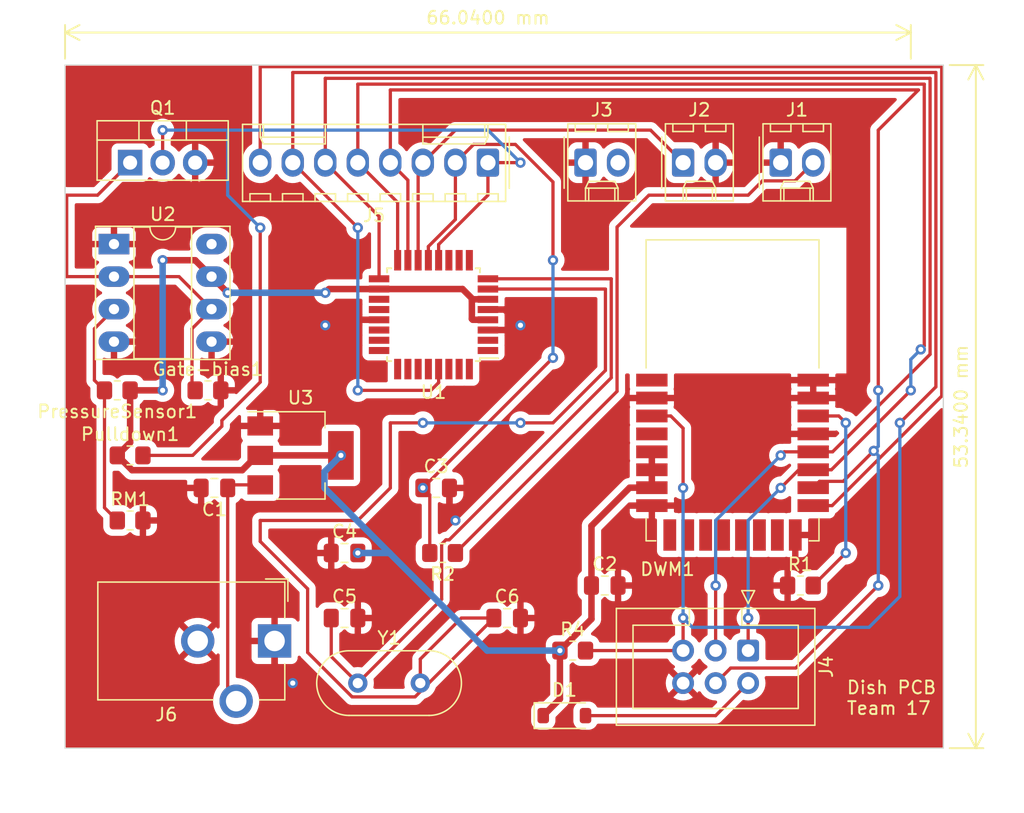
<source format=kicad_pcb>
(kicad_pcb (version 20221018) (generator pcbnew)
  (layers (0 "F.Cu" signal) (31 "B.Cu" signal) (34 "B.Paste" user) (35 "F.Paste" user) (36 "B.SilkS" user "B.Silkscreen") (37 "F.SilkS" user "F.Silkscreen") (38 "B.Mask" user) (39 "F.Mask" user) (44 "Edge.Cuts" user))
  (net 0 "")
  (net 1 "Net-(J3-Pin_2)")
  (net 2 "GND")
  (net 3 "+3.3V")
  (net 4 "/button")
  (net 13 "/Csn")
  (net 14 "/MOSI")
  (net 15 "/MISO")
  (net 16 "Net-(D1-A)")
  (net 17 "Net-(Q1-G)")
  (net 18 "Net-(J1-Pin_2)")
  (net 19 "Net-(U2-+)")
  (net 20 "/confirmation")
  (net 21 "/alarm")
  (net 23 "/SCK")
  (net 24 "Net-(U1-XTAL2{slash}PB7)")
  (net 25 "Net-(U1-XTAL1{slash}PB6)")
  (net 26 "/RESET")
  (net 28 "unconnected-(DWM1-IRQ{slash}GPIO8-Pad22)")
  (net 46 "Net-(U3-VI)")
  (footprint "Connector_IDC:IDC-Header_2x03_P2.54mm_Vertical" (layer "F.Cu") (at 177.8 99.06 -90)
    (fp_text reference "J4" (at 1.27 -6.1 90) (layer "F.SilkS"))
    (fp_text value "AVR-ISP-6")
    (pad "1" thru_hole roundrect (at 0 0 270) (size 1.7 1.7) (drill 1) (layers "*.Cu" "*.Mask") (roundrect_rratio 0.1470588235) (net 15 "/MISO"))
    (pad "2" thru_hole circle (at 2.54 0 270) (size 1.7 1.7) (drill 1) (layers "*.Cu" "*.Mask") (net 16 "Net-(D1-A)"))
    (pad "3" thru_hole circle (at 0 2.54 270) (size 1.7 1.7) (drill 1) (layers "*.Cu" "*.Mask") (net 23 "/SCK"))
    (pad "4" thru_hole circle (at 2.54 2.54 270) (size 1.7 1.7) (drill 1) (layers "*.Cu" "*.Mask") (net 14 "/MOSI"))
    (pad "5" thru_hole circle (at 0 5.08 270) (size 1.7 1.7) (drill 1) (layers "*.Cu" "*.Mask") (net 26 "/RESET"))
    (pad "6" thru_hole circle (at 2.54 5.08 270) (size 1.7 1.7) (drill 1) (layers "*.Cu" "*.Mask") (net 2 "GND"))
  )
  (footprint "Resistor_SMD:R_0805_2012Metric_Pad1.20x1.40mm_HandSolder" (layer "F.Cu") (at 135.62 78.74)
    (fp_text reference "Gate-bias1" (at 0 -1.65) (layer "F.SilkS"))
    (fp_text value "1k")
    (pad "1" smd roundrect (at -1 0) (size 1.2 1.4) (layers "F.Cu" "F.Paste" "F.Mask") (roundrect_rratio 0.2083333333) (net 17 "Net-(Q1-G)"))
    (pad "2" smd roundrect (at 1 0) (size 1.2 1.4) (layers "F.Cu" "F.Paste" "F.Mask") (roundrect_rratio 0.2083333333) (net 2 "GND"))
  )
  (footprint "Resistor_SMD:R_0805_2012Metric_Pad1.20x1.40mm_HandSolder" (layer "F.Cu") (at 153.94 91.44 180)
    (fp_text reference "R2" (at 0 -1.65) (layer "F.SilkS"))
    (fp_text value "10k")
    (pad "1" smd roundrect (at -1 0 180) (size 1.2 1.4) (layers "F.Cu" "F.Paste" "F.Mask") (roundrect_rratio 0.2083333333) (net 18 "Net-(J1-Pin_2)"))
    (pad "2" smd roundrect (at 1 0 180) (size 1.2 1.4) (layers "F.Cu" "F.Paste" "F.Mask") (roundrect_rratio 0.2083333333) (net 4 "/button"))
  )
  (footprint "Diode_SMD:D_SOD-123" (layer "F.Cu") (at 163.45 104.14)
    (fp_text reference "D1" (at 0 -2) (layer "F.SilkS"))
    (fp_text value "MBR0520")
    (pad "1" smd roundrect (at -1.65 0) (size 0.9 1.2) (layers "F.Cu" "F.Paste" "F.Mask") (net 3 "+3.3V"))
    (pad "2" smd roundrect (at 1.65 0) (size 0.9 1.2) (layers "F.Cu" "F.Paste" "F.Mask") (net 16 "Net-(D1-A)"))
  )
  (footprint "Package_DIP:DIP-8_W7.62mm_Socket_LongPads" (layer "F.Cu") (at 128.28 67.32)
    (fp_text reference "U2" (at 3.81 -2.33) (layer "F.SilkS"))
    (fp_text value "LM741")
    (pad "1" thru_hole rect (at 0 0) (size 2.4 1.6) (drill 0.8) (layers "*.Cu" "*.Mask") (net 2 "GND"))
    (pad "2" thru_hole oval (at 0 2.54) (size 2.4 1.6) (drill 0.8) (layers "*.Cu" "*.Mask") (net 17 "Net-(Q1-G)"))
    (pad "3" thru_hole oval (at 0 5.08) (size 2.4 1.6) (drill 0.8) (layers "*.Cu" "*.Mask") (net 19 "Net-(U2-+)"))
    (pad "4" thru_hole oval (at 0 7.62) (size 2.4 1.6) (drill 0.8) (layers "*.Cu" "*.Mask") (net 2 "GND"))
    (pad "5" thru_hole oval (at 7.62 7.62) (size 2.4 1.6) (drill 0.8) (layers "*.Cu" "*.Mask") (net 2 "GND"))
    (pad "6" thru_hole oval (at 7.62 5.08) (size 2.4 1.6) (drill 0.8) (layers "*.Cu" "*.Mask") (net 17 "Net-(Q1-G)"))
    (pad "7" thru_hole oval (at 7.62 2.54) (size 2.4 1.6) (drill 0.8) (layers "*.Cu" "*.Mask") (net 3 "+3.3V"))
    (pad "8" thru_hole oval (at 7.62 0) (size 2.4 1.6) (drill 0.8) (layers "*.Cu" "*.Mask"))
  )
  (footprint "Crystal:Crystal_HC49-U_Vertical" (layer "F.Cu") (at 147.32 101.6)
    (fp_text reference "Y1" (at 2.44 -3.525) (layer "F.SilkS"))
    (fp_text value "16MHz")
    (pad "1" thru_hole circle (at 0 0) (size 1.5 1.5) (drill 0.8) (layers "*.Cu" "*.Mask") (net 24 "Net-(U1-XTAL2{slash}PB7)"))
    (pad "2" thru_hole circle (at 4.88 0) (size 1.5 1.5) (drill 0.8) (layers "*.Cu" "*.Mask") (net 25 "Net-(U1-XTAL1{slash}PB6)"))
  )
  (footprint "Package_QFP:TQFP-32_7x7mm_P0.8mm" (layer "F.Cu") (at 153.23 72.83 180)
    (fp_text reference "U1" (at 0 -6.05) (layer "F.SilkS"))
    (fp_text value "ATmega328-A")
    (pad "1" smd rect (at -4.25 -2.8 180) (size 1.6 0.55) (layers "F.Cu" "F.Paste" "F.Mask"))
    (pad "2" smd rect (at -4.25 -2 180) (size 1.6 0.55) (layers "F.Cu" "F.Paste" "F.Mask"))
    (pad "3" smd rect (at -4.25 -1.2 180) (size 1.6 0.55) (layers "F.Cu" "F.Paste" "F.Mask") (net 2 "GND"))
    (pad "4" smd rect (at -4.25 -0.4 180) (size 1.6 0.55) (layers "F.Cu" "F.Paste" "F.Mask") (net 3 "+3.3V"))
    (pad "5" smd rect (at -4.25 0.4 180) (size 1.6 0.55) (layers "F.Cu" "F.Paste" "F.Mask") (net 2 "GND"))
    (pad "6" smd rect (at -4.25 1.2 180) (size 1.6 0.55) (layers "F.Cu" "F.Paste" "F.Mask") (net 3 "+3.3V"))
    (pad "7" smd rect (at -4.25 2 180) (size 1.6 0.55) (layers "F.Cu" "F.Paste" "F.Mask") (net 25 "Net-(U1-XTAL1{slash}PB6)"))
    (pad "8" smd rect (at -4.25 2.8 180) (size 1.6 0.55) (layers "F.Cu" "F.Paste" "F.Mask") (net 24 "Net-(U1-XTAL2{slash}PB7)"))
    (pad "9" smd rect (at -2.8 4.25 270) (size 1.6 0.55) (layers "F.Cu" "F.Paste" "F.Mask"))
    (pad "10" smd rect (at -2 4.25 270) (size 1.6 0.55) (layers "F.Cu" "F.Paste" "F.Mask"))
    (pad "11" smd rect (at -1.2 4.25 270) (size 1.6 0.55) (layers "F.Cu" "F.Paste" "F.Mask"))
    (pad "12" smd rect (at -0.4 4.25 270) (size 1.6 0.55) (layers "F.Cu" "F.Paste" "F.Mask") (net 20 "/confirmation"))
    (pad "13" smd rect (at 0.4 4.25 270) (size 1.6 0.55) (layers "F.Cu" "F.Paste" "F.Mask") (net 4 "/button"))
    (pad "14" smd rect (at 1.2 4.25 270) (size 1.6 0.55) (layers "F.Cu" "F.Paste" "F.Mask") (net 21 "/alarm"))
    (pad "15" smd rect (at 2 4.25 270) (size 1.6 0.55) (layers "F.Cu" "F.Paste" "F.Mask") (net 14 "/MOSI"))
    (pad "16" smd rect (at 2.8 4.25 270) (size 1.6 0.55) (layers "F.Cu" "F.Paste" "F.Mask") (net 15 "/MISO"))
    (pad "17" smd rect (at 4.25 2.8 180) (size 1.6 0.55) (layers "F.Cu" "F.Paste" "F.Mask") (net 23 "/SCK"))
    (pad "18" smd rect (at 4.25 2 180) (size 1.6 0.55) (layers "F.Cu" "F.Paste" "F.Mask") (net 3 "+3.3V"))
    (pad "19" smd rect (at 4.25 1.2 180) (size 1.6 0.55) (layers "F.Cu" "F.Paste" "F.Mask"))
    (pad "20" smd rect (at 4.25 0.4 180) (size 1.6 0.55) (layers "F.Cu" "F.Paste" "F.Mask"))
    (pad "21" smd rect (at 4.25 -0.4 180) (size 1.6 0.55) (layers "F.Cu" "F.Paste" "F.Mask") (net 2 "GND"))
    (pad "22" smd rect (at 4.25 -1.2 180) (size 1.6 0.55) (layers "F.Cu" "F.Paste" "F.Mask"))
    (pad "23" smd rect (at 4.25 -2 180) (size 1.6 0.55) (layers "F.Cu" "F.Paste" "F.Mask"))
    (pad "24" smd rect (at 4.25 -2.8 180) (size 1.6 0.55) (layers "F.Cu" "F.Paste" "F.Mask"))
    (pad "25" smd rect (at 2.8 -4.25 270) (size 1.6 0.55) (layers "F.Cu" "F.Paste" "F.Mask"))
    (pad "26" smd rect (at 2 -4.25 270) (size 1.6 0.55) (layers "F.Cu" "F.Paste" "F.Mask"))
    (pad "27" smd rect (at 1.2 -4.25 270) (size 1.6 0.55) (layers "F.Cu" "F.Paste" "F.Mask"))
    (pad "28" smd rect (at 0.4 -4.25 270) (size 1.6 0.55) (layers "F.Cu" "F.Paste" "F.Mask"))
    (pad "29" smd rect (at -0.4 -4.25 270) (size 1.6 0.55) (layers "F.Cu" "F.Paste" "F.Mask") (net 26 "/RESET"))
    (pad "30" smd rect (at -1.2 -4.25 270) (size 1.6 0.55) (layers "F.Cu" "F.Paste" "F.Mask"))
    (pad "31" smd rect (at -2 -4.25 270) (size 1.6 0.55) (layers "F.Cu" "F.Paste" "F.Mask"))
    (pad "32" smd rect (at -2.8 -4.25 270) (size 1.6 0.55) (layers "F.Cu" "F.Paste" "F.Mask"))
  )
  (footprint "Resistor_SMD:R_0805_2012Metric_Pad1.20x1.40mm_HandSolder" (layer "F.Cu") (at 128.54 78.74 180)
    (fp_text reference "PressureSensor1" (at 0 -1.65) (layer "F.SilkS"))
    (fp_text value "FSR")
    (pad "1" smd roundrect (at -1 0 180) (size 1.2 1.4) (layers "F.Cu" "F.Paste" "F.Mask") (roundrect_rratio 0.2083333333) (net 3 "+3.3V"))
    (pad "2" smd roundrect (at 1 0 180) (size 1.2 1.4) (layers "F.Cu" "F.Paste" "F.Mask") (roundrect_rratio 0.2083333333) (net 19 "Net-(U2-+)"))
  )
  (footprint "RF_Module:DWM1000" (layer "F.Cu") (at 176.58 78.74)
    (fp_text reference "DWM1" (at -5.08 13.97) (layer "F.SilkS"))
    (fp_text value "DWM1000")
    (pad "1" smd rect (at -6.3 -0.7988 90) (size 1 2.45) (layers "F.Cu" "F.Paste" "F.Mask"))
    (pad "2" smd rect (at -6.3 0.6012 90) (size 1 2.45) (layers "F.Cu" "F.Paste" "F.Mask") (net 2 "GND"))
    (pad "3" smd rect (at -6.3 2.0012 90) (size 1 2.45) (layers "F.Cu" "F.Paste" "F.Mask") (net 26 "/RESET"))
    (pad "4" smd rect (at -6.3 3.4012 90) (size 1 2.45) (layers "F.Cu" "F.Paste" "F.Mask"))
    (pad "5" smd rect (at -6.3 4.8012 90) (size 1 2.45) (layers "F.Cu" "F.Paste" "F.Mask") (net 3 "+3.3V"))
    (pad "6" smd rect (at -6.3 6.2012 90) (size 1 2.45) (layers "F.Cu" "F.Paste" "F.Mask") (net 3 "+3.3V"))
    (pad "7" smd rect (at -6.3 7.6012 90) (size 1 2.45) (layers "F.Cu" "F.Paste" "F.Mask") (net 3 "+3.3V"))
    (pad "8" smd rect (at -6.3 9.0012 90) (size 1 2.45) (layers "F.Cu" "F.Paste" "F.Mask") (net 2 "GND"))
    (pad "9" smd rect (at -4.9 11.2962) (size 1 2.45) (layers "F.Cu" "F.Paste" "F.Mask"))
    (pad "10" smd rect (at -3.5 11.2962) (size 1 2.45) (layers "F.Cu" "F.Paste" "F.Mask"))
    (pad "11" smd rect (at -2.1 11.2962) (size 1 2.45) (layers "F.Cu" "F.Paste" "F.Mask"))
    (pad "12" smd rect (at -0.7 11.2962) (size 1 2.45) (layers "F.Cu" "F.Paste" "F.Mask"))
    (pad "13" smd rect (at 0.7 11.2962) (size 1 2.45) (layers "F.Cu" "F.Paste" "F.Mask"))
    (pad "14" smd rect (at 2.1 11.2962) (size 1 2.45) (layers "F.Cu" "F.Paste" "F.Mask"))
    (pad "15" smd rect (at 3.5 11.2962) (size 1 2.45) (layers "F.Cu" "F.Paste" "F.Mask"))
    (pad "16" smd rect (at 4.9 11.2962) (size 1 2.45) (layers "F.Cu" "F.Paste" "F.Mask") (net 2 "GND"))
    (pad "17" smd rect (at 6.3 9 90) (size 1 2.45) (layers "F.Cu" "F.Paste" "F.Mask") (net 13 "/Csn"))
    (pad "18" smd rect (at 6.3 7.6 90) (size 1 2.45) (layers "F.Cu" "F.Paste" "F.Mask") (net 14 "/MOSI"))
    (pad "19" smd rect (at 6.3 6.2012 90) (size 1 2.45) (layers "F.Cu" "F.Paste" "F.Mask") (net 15 "/MISO"))
    (pad "20" smd rect (at 6.3 4.8012 90) (size 1 2.45) (layers "F.Cu" "F.Paste" "F.Mask") (net 23 "/SCK"))
    (pad "21" smd rect (at 6.3 3.4012 90) (size 1 2.45) (layers "F.Cu" "F.Paste" "F.Mask") (net 2 "GND"))
    (pad "22" smd rect (at 6.3 2.0012 90) (size 1 2.45) (layers "F.Cu" "F.Paste" "F.Mask") (net 28 "unconnected-(DWM1-IRQ{slash}GPIO8-Pad22)"))
    (pad "23" smd rect (at 6.3 0.6012 90) (size 1 2.45) (layers "F.Cu" "F.Paste" "F.Mask") (net 2 "GND"))
    (pad "24" smd rect (at 6.3 -0.7988 90) (size 1 2.45) (layers "F.Cu" "F.Paste" "F.Mask") (net 2 "GND"))
    (zone (net 0) (net_name "") (layers "*.Cu") (connect_pads (clearance 0)) (min_thickness 0.254)
      (keepout (tracks not_allowed) (vias not_allowed) (pads not_allowed) (copperpour not_allowed) (footprints not_allowed))
      (fill (thermal_gap 0.508) (thermal_bridge_width 0.508))
      (polygon (pts (xy 167.69 77.42) (xy 185.47 77.42) (xy 185.47 66.04) (xy 167.69 66.04)))
    )
  )
  (footprint "Connector_Molex:Molex_KK-254_AE-6410-08A_1x08_P2.54mm_Vertical" (layer "F.Cu") (at 157.48 60.96 180)
    (fp_text reference "J5" (at 8.89 -4.12) (layer "F.SilkS"))
    (fp_text value "Conn_01x08")
    (pad "1" thru_hole roundrect (at 0 0 180) (size 1.74 2.19) (drill 1.19) (layers "*.Cu" "*.Mask") (roundrect_rratio 0.1436781609) (net 20 "/confirmation"))
    (pad "2" thru_hole oval (at 2.54 0 180) (size 1.74 2.19) (drill 1.19) (layers "*.Cu" "*.Mask") (net 4 "/button"))
    (pad "3" thru_hole oval (at 5.08 0 180) (size 1.74 2.19) (drill 1.19) (layers "*.Cu" "*.Mask") (net 21 "/alarm"))
    (pad "4" thru_hole oval (at 7.62 0 180) (size 1.74 2.19) (drill 1.19) (layers "*.Cu" "*.Mask") (net 14 "/MOSI"))
    (pad "5" thru_hole oval (at 10.16 0 180) (size 1.74 2.19) (drill 1.19) (layers "*.Cu" "*.Mask") (net 15 "/MISO"))
    (pad "6" thru_hole oval (at 12.7 0 180) (size 1.74 2.19) (drill 1.19) (layers "*.Cu" "*.Mask") (net 23 "/SCK"))
    (pad "7" thru_hole oval (at 15.24 0 180) (size 1.74 2.19) (drill 1.19) (layers "*.Cu" "*.Mask") (net 26 "/RESET"))
    (pad "8" thru_hole oval (at 17.78 0 180) (size 1.74 2.19) (drill 1.19) (layers "*.Cu" "*.Mask") (net 13 "/Csn"))
  )
  (footprint "Package_TO_SOT_THT:TO-220-3_Vertical" (layer "F.Cu") (at 129.54 60.96)
    (fp_text reference "Q1" (at 2.54 -4.27) (layer "F.SilkS"))
    (fp_text value "IRF540N")
    (pad "1" thru_hole rect (at 0 0) (size 1.905 2) (drill 1.1) (layers "*.Cu" "*.Mask") (net 17 "Net-(Q1-G)"))
    (pad "2" thru_hole oval (at 2.54 0) (size 1.905 2) (drill 1.1) (layers "*.Cu" "*.Mask") (net 20 "/confirmation"))
    (pad "3" thru_hole oval (at 5.08 0) (size 1.905 2) (drill 1.1) (layers "*.Cu" "*.Mask") (net 2 "GND"))
  )
  (footprint "Resistor_SMD:R_0805_2012Metric_Pad1.20x1.40mm_HandSolder" (layer "F.Cu") (at 164.1 99.06)
    (fp_text reference "R4" (at 0 -1.65) (layer "F.SilkS"))
    (fp_text value "10k")
    (pad "1" smd roundrect (at -1 0) (size 1.2 1.4) (layers "F.Cu" "F.Paste" "F.Mask") (roundrect_rratio 0.2083333333) (net 3 "+3.3V"))
    (pad "2" smd roundrect (at 1 0) (size 1.2 1.4) (layers "F.Cu" "F.Paste" "F.Mask") (roundrect_rratio 0.2083333333) (net 26 "/RESET"))
  )
  (footprint "Resistor_SMD:R_0805_2012Metric_Pad1.20x1.40mm_HandSolder" (layer "F.Cu") (at 129.54 88.9)
    (fp_text reference "RM1" (at 0 -1.65) (layer "F.SilkS"))
    (fp_text value "10k")
    (pad "1" smd roundrect (at -1 0) (size 1.2 1.4) (layers "F.Cu" "F.Paste" "F.Mask") (roundrect_rratio 0.2083333333) (net 19 "Net-(U2-+)"))
    (pad "2" smd roundrect (at 1 0) (size 1.2 1.4) (layers "F.Cu" "F.Paste" "F.Mask") (roundrect_rratio 0.2083333333) (net 2 "GND"))
  )
  (footprint "Capacitor_SMD:C_0805_2012Metric_Pad1.18x1.45mm_HandSolder" (layer "F.Cu") (at 146.2825 91.44)
    (fp_text reference "C4" (at 0 -1.68) (layer "F.SilkS"))
    (fp_text value "1uF")
    (pad "1" smd roundrect (at -1.0375 0) (size 1.175 1.45) (layers "F.Cu" "F.Paste" "F.Mask") (roundrect_rratio 0.2127659574) (net 2 "GND"))
    (pad "2" smd roundrect (at 1.0375 0) (size 1.175 1.45) (layers "F.Cu" "F.Paste" "F.Mask") (roundrect_rratio 0.2127659574) (net 3 "+3.3V"))
  )
  (footprint "Capacitor_SMD:C_0805_2012Metric_Pad1.18x1.45mm_HandSolder" (layer "F.Cu") (at 158.9825 96.52)
    (fp_text reference "C6" (at 0 -1.68) (layer "F.SilkS"))
    (fp_text value "22p")
    (pad "1" smd roundrect (at -1.0375 0) (size 1.175 1.45) (layers "F.Cu" "F.Paste" "F.Mask") (roundrect_rratio 0.2127659574) (net 25 "Net-(U1-XTAL1{slash}PB6)"))
    (pad "2" smd roundrect (at 1.0375 0) (size 1.175 1.45) (layers "F.Cu" "F.Paste" "F.Mask") (roundrect_rratio 0.2127659574) (net 2 "GND"))
  )
  (footprint "Capacitor_SMD:C_0805_2012Metric_Pad1.18x1.45mm_HandSolder" (layer "F.Cu") (at 146.2825 96.52)
    (fp_text reference "C5" (at 0 -1.68) (layer "F.SilkS"))
    (fp_text value "22p")
    (pad "1" smd roundrect (at -1.0375 0) (size 1.175 1.45) (layers "F.Cu" "F.Paste" "F.Mask") (roundrect_rratio 0.2127659574) (net 24 "Net-(U1-XTAL2{slash}PB7)"))
    (pad "2" smd roundrect (at 1.0375 0) (size 1.175 1.45) (layers "F.Cu" "F.Paste" "F.Mask") (roundrect_rratio 0.2127659574) (net 2 "GND"))
  )
  (footprint "Connector_BarrelJack:BarrelJack_CUI_PJ-102AH_Horizontal" (layer "F.Cu") (at 140.82 98.31 -90)
    (fp_text reference "J6" (at 5.75 8.45) (layer "F.SilkS"))
    (fp_text value "Barrel_Jack_Switch")
    (pad "1" thru_hole rect (at 0 0 270) (size 2.6 2.6) (drill 1.6) (layers "*.Cu" "*.Mask") (net 2 "GND"))
    (pad "2" thru_hole circle (at 0 6 270) (size 2.6 2.6) (drill 1.6) (layers "*.Cu" "*.Mask") (net 2 "GND"))
    (pad "3" thru_hole circle (at 4.7 3 270) (size 2.6 2.6) (drill 1.6) (layers "*.Cu" "*.Mask") (net 46 "Net-(U3-VI)"))
  )
  (footprint "Capacitor_SMD:C_0805_2012Metric_Pad1.18x1.45mm_HandSolder" (layer "F.Cu") (at 153.4375 86.36)
    (fp_text reference "C3" (at 0 -1.68) (layer "F.SilkS"))
    (fp_text value "1uF")
    (pad "1" smd roundrect (at -1.0375 0) (size 1.175 1.45) (layers "F.Cu" "F.Paste" "F.Mask") (roundrect_rratio 0.2127659574) (net 4 "/button"))
    (pad "2" smd roundrect (at 1.0375 0) (size 1.175 1.45) (layers "F.Cu" "F.Paste" "F.Mask") (roundrect_rratio 0.2127659574) (net 2 "GND"))
  )
  (footprint "Connector_Molex:Molex_KK-254_AE-6410-02A_1x02_P2.54mm_Vertical" (layer "F.Cu") (at 165.1 60.96)
    (fp_text reference "J3" (at 1.27 -4.12) (layer "F.SilkS"))
    (fp_text value "Vin")
    (pad "1" thru_hole roundrect (at 0 0) (size 1.74 2.19) (drill 1.19) (layers "*.Cu" "*.Mask") (roundrect_rratio 0.1436781609) (net 2 "GND"))
    (pad "2" thru_hole oval (at 2.54 0) (size 1.74 2.19) (drill 1.19) (layers "*.Cu" "*.Mask") (net 1 "Net-(J3-Pin_2)"))
  )
  (footprint "Connector_Molex:Molex_KK-254_AE-6410-02A_1x02_P2.54mm_Vertical" (layer "F.Cu") (at 180.34 60.96)
    (fp_text reference "J1" (at 1.27 -4.12) (layer "F.SilkS"))
    (fp_text value "Button")
    (pad "1" thru_hole roundrect (at 0 0) (size 1.74 2.19) (drill 1.19) (layers "*.Cu" "*.Mask") (roundrect_rratio 0.1436781609) (net 2 "GND"))
    (pad "2" thru_hole oval (at 2.54 0) (size 1.74 2.19) (drill 1.19) (layers "*.Cu" "*.Mask") (net 18 "Net-(J1-Pin_2)"))
  )
  (footprint "Capacitor_SMD:C_0805_2012Metric_Pad1.18x1.45mm_HandSolder" (layer "F.Cu") (at 166.6025 93.98)
    (fp_text reference "C2" (at 0 -1.68) (layer "F.SilkS"))
    (fp_text value "10uF")
    (pad "1" smd roundrect (at -1.0375 0) (size 1.175 1.45) (layers "F.Cu" "F.Paste" "F.Mask") (roundrect_rratio 0.2127659574) (net 3 "+3.3V"))
    (pad "2" smd roundrect (at 1.0375 0) (size 1.175 1.45) (layers "F.Cu" "F.Paste" "F.Mask") (roundrect_rratio 0.2127659574) (net 2 "GND"))
  )
  (footprint "Package_TO_SOT_SMD:SOT-223-3_TabPin2" (layer "F.Cu") (at 142.85 83.82)
    (fp_text reference "U3" (at 0 -4.5) (layer "F.SilkS"))
    (fp_text value "LM1117MP-3.3")
    (pad "1" smd rect (at -3.15 -2.3) (size 2 1.5) (layers "F.Cu" "F.Paste" "F.Mask") (net 2 "GND"))
    (pad "2" smd rect (at -3.15 0) (size 2 1.5) (layers "F.Cu" "F.Paste" "F.Mask") (net 3 "+3.3V"))
    (pad "2" smd rect (at 3.15 0) (size 2 3.8) (layers "F.Cu" "F.Paste" "F.Mask") (net 3 "+3.3V"))
    (pad "3" smd rect (at -3.15 2.3) (size 2 1.5) (layers "F.Cu" "F.Paste" "F.Mask") (net 46 "Net-(U3-VI)"))
  )
  (footprint "Resistor_SMD:R_0805_2012Metric_Pad1.20x1.40mm_HandSolder" (layer "F.Cu") (at 129.54 83.82)
    (fp_text reference "Pulldown1" (at 0 -1.65) (layer "F.SilkS"))
    (fp_text value "1k")
    (pad "1" smd roundrect (at -1 0) (size 1.2 1.4) (layers "F.Cu" "F.Paste" "F.Mask") (roundrect_rratio 0.2083333333) (net 3 "+3.3V"))
    (pad "2" smd roundrect (at 1 0) (size 1.2 1.4) (layers "F.Cu" "F.Paste" "F.Mask") (roundrect_rratio 0.2083333333) (net 20 "/confirmation"))
  )
  (footprint "Resistor_SMD:R_0805_2012Metric_Pad1.20x1.40mm_HandSolder" (layer "F.Cu") (at 181.88 93.98)
    (fp_text reference "R1" (at 0 -1.65) (layer "F.SilkS"))
    (fp_text value "100")
    (pad "1" smd roundrect (at -1 0) (size 1.2 1.4) (layers "F.Cu" "F.Paste" "F.Mask") (roundrect_rratio 0.2083333333) (net 2 "GND"))
    (pad "2" smd roundrect (at 1 0) (size 1.2 1.4) (layers "F.Cu" "F.Paste" "F.Mask") (roundrect_rratio 0.2083333333) (net 28 "unconnected-(DWM1-IRQ{slash}GPIO8-Pad22)"))
  )
  (footprint "Capacitor_SMD:C_0805_2012Metric_Pad1.18x1.45mm_HandSolder" (layer "F.Cu") (at 136.1225 86.36 180)
    (fp_text reference "C1" (at 0 -1.68) (layer "F.SilkS"))
    (fp_text value "10uF")
    (pad "1" smd roundrect (at -1.0375 0 180) (size 1.175 1.45) (layers "F.Cu" "F.Paste" "F.Mask") (roundrect_rratio 0.2127659574) (net 46 "Net-(U3-VI)"))
    (pad "2" smd roundrect (at 1.0375 0 180) (size 1.175 1.45) (layers "F.Cu" "F.Paste" "F.Mask") (roundrect_rratio 0.2127659574) (net 2 "GND"))
  )
  (footprint "Connector_Molex:Molex_KK-254_AE-6410-02A_1x02_P2.54mm_Vertical" (layer "F.Cu") (at 172.72 60.96)
    (fp_text reference "J2" (at 1.27 -4.12) (layer "F.SilkS"))
    (fp_text value "speaker")
    (pad "1" thru_hole roundrect (at 0 0) (size 1.74 2.19) (drill 1.19) (layers "*.Cu" "*.Mask") (roundrect_rratio 0.1436781609) (net 21 "/alarm"))
    (pad "2" thru_hole oval (at 2.54 0) (size 1.74 2.19) (drill 1.19) (layers "*.Cu" "*.Mask") (net 2 "GND"))
  )
  (gr_rect (start 124.46 53.34) (end 193.04 106.68) (stroke (width 0.1)) (fill none) (layer "Edge.Cuts"))
  (gr_text "Dish PCB\nTeam 17" (at 185.42 104.14) (layer "F.SilkS") (effects (font (size 1 1)) (justify left bottom)))
  (dimension (type aligned) (layer "F.SilkS") (pts (xy 193.04 53.34) (xy 193.04 106.68)) (height -2.54) (gr_text "53.3400 mm" (at 194.43 80.01 90) (layer "F.SilkS") (effects (font (size 1 1) (thickness 0.15)))) (format (prefix "") (suffix "") (units 3) (units_format 1) (precision 4)) (style (thickness 0.15) (arrow_length 1.27) (text_position_mode 0) (extension_height 0.58642) (extension_offset 0.5) keep_text_aligned))
  (dimension (type aligned) (layer "F.SilkS") (pts (xy 190.5 53.34) (xy 124.46 53.34)) (height 2.54) (gr_text "66.0400 mm" (at 157.48 49.65) (layer "F.SilkS") (effects (font (size 1 1) (thickness 0.15)))) (format (prefix "") (suffix "") (units 3) (units_format 1) (precision 4)) (style (thickness 0.15) (arrow_length 1.27) (text_position_mode 0) (extension_height 0.58642) (extension_offset 0.5) keep_text_aligned))
  (segment (start 157.48 72.43) (end 158.79 72.43) (width 0.508) (layer "F.Cu") (net 2))
  (segment (start 144.78 73.66) (end 145.21 73.23) (width 0.508) (layer "F.Cu") (net 2))
  (segment (start 160.02 73.66) (end 159.65 74.03) (width 0.508) (layer "F.Cu") (net 2))
  (segment (start 154.475 86.36) (end 154.475 88.435) (width 0.508) (layer "F.Cu") (net 2))
  (segment (start 158.79 72.43) (end 160.02 73.66) (width 0.508) (layer "F.Cu") (net 2))
  (segment (start 154.475 88.435) (end 154.94 88.9) (width 0.508) (layer "F.Cu") (net 2))
  (segment (start 159.65 74.03) (end 157.48 74.03) (width 0.508) (layer "F.Cu") (net 2))
  (segment (start 145.21 73.23) (end 148.98 73.23) (width 0.508) (layer "F.Cu") (net 2))
  (segment (start 140.82 100.18) (end 142.24 101.6) (width 0.508) (layer "F.Cu") (net 2))
  (segment (start 140.82 98.31) (end 140.82 100.18) (width 0.508) (layer "F.Cu") (net 2))
  (via (at 144.78 73.66) (size 0.8) (drill 0.4) (layers "F.Cu" "B.Cu") (net 2))
  (via (at 160.02 73.66) (size 0.8) (drill 0.4) (layers "F.Cu" "B.Cu") (net 2))
  (via (at 154.94 88.9) (size 0.8) (drill 0.4) (layers "F.Cu" "B.Cu") (net 2))
  (via (at 142.24 101.6) (size 0.8) (drill 0.4) (layers "F.Cu" "B.Cu") (net 2))
  (segment (start 165.565 89.3232) (end 168.547 86.3412) (width 0.508) (layer "F.Cu") (net 3))
  (segment (start 138.296 84.974) (end 129.694 84.974) (width 0.508) (layer "F.Cu") (net 3))
  (segment (start 170.28 84.9412) (end 170.28 86.3412) (width 0.508) (layer "F.Cu") (net 3))
  (segment (start 170.28 83.5412) (end 170.28 84.9412) (width 0.508) (layer "F.Cu") (net 3))
  (segment (start 129.54 82.82) (end 128.54 83.82) (width 0.508) (layer "F.Cu") (net 3))
  (segment (start 129.694 84.974) (end 128.54 83.82) (width 0.508) (layer "F.Cu") (net 3))
  (segment (start 145.07 70.83) (end 144.78 71.12) (width 0.508) (layer "F.Cu") (net 3))
  (segment (start 157.48 71.63) (end 156.297 71.63) (width 0.508) (layer "F.Cu") (net 3))
  (segment (start 129.54 78.74) (end 129.54 82.82) (width 0.508) (layer "F.Cu") (net 3))
  (segment (start 139.7 83.82) (end 139.45 83.82) (width 0.508) (layer "F.Cu") (net 3))
  (segment (start 135.9 69.86) (end 137.16 71.12) (width 0.508) (layer "F.Cu") (net 3))
  (segment (start 156.297 73.23) (end 157.48 73.23) (width 0.508) (layer "F.Cu") (net 3))
  (segment (start 148.98 70.83) (end 155.497 70.83) (width 0.508) (layer "F.Cu") (net 3))
  (segment (start 135.9 69.86) (end 134.62 68.58) (width 0.508) (layer "F.Cu") (net 3))
  (segment (start 139.7 83.82) (end 146 83.82) (width 0.508) (layer "F.Cu") (net 3))
  (segment (start 135.9 69.86) (end 135.9 69.84) (width 0.508) (layer "F.Cu") (net 3))
  (segment (start 165.565 96.595) (end 163.1 99.06) (width 0.508) (layer "F.Cu") (net 3))
  (segment (start 156.226 71.701) (end 156.226 73.159) (width 0.508) (layer "F.Cu") (net 3))
  (segment (start 165.565 93.98) (end 165.565 89.3232) (width 0.508) (layer "F.Cu") (net 3))
  (segment (start 148.98 70.83) (end 145.07 70.83) (width 0.508) (layer "F.Cu") (net 3))
  (segment (start 165.565 93.98) (end 165.565 96.595) (width 0.508) (layer "F.Cu") (net 3))
  (segment (start 155.497 70.83) (end 156.297 71.63) (width 0.508) (layer "F.Cu") (net 3))
  (segment (start 168.547 86.3412) (end 170.28 86.3412) (width 0.508) (layer "F.Cu") (net 3))
  (segment (start 132.08 78.74) (end 129.54 78.74) (width 0.508) (layer "F.Cu") (net 3))
  (segment (start 163.1 102.84) (end 161.8 104.14) (width 0.508) (layer "F.Cu") (net 3))
  (segment (start 156.297 71.63) (end 156.226 71.701) (width 0.508) (layer "F.Cu") (net 3))
  (segment (start 163.1 99.06) (end 163.1 102.84) (width 0.508) (layer "F.Cu") (net 3))
  (segment (start 139.45 83.82) (end 138.296 84.974) (width 0.508) (layer "F.Cu") (net 3))
  (segment (start 156.226 73.159) (end 156.297 73.23) (width 0.508) (layer "F.Cu") (net 3))
  (segment (start 134.62 68.58) (end 132.08 68.58) (width 0.508) (layer "F.Cu") (net 3))
  (via (at 146 83.82) (size 0.8) (drill 0.4) (layers "F.Cu" "B.Cu") (net 3))
  (via (at 132.08 78.74) (size 0.8) (drill 0.4) (layers "F.Cu" "B.Cu") (net 3))
  (via (at 144.78 71.12) (size 0.8) (drill 0.4) (layers "F.Cu" "B.Cu") (net 3))
  (via (at 147.32 91.44) (size 0.8) (drill 0.4) (layers "F.Cu" "B.Cu") (net 3))
  (via (at 132.08 68.58) (size 0.8) (drill 0.4) (layers "F.Cu" "B.Cu") (net 3))
  (via (at 163.1 99.06) (size 0.8) (drill 0.4) (layers "F.Cu" "B.Cu") (net 3))
  (via (at 137.16 71.12) (size 0.8) (drill 0.4) (layers "F.Cu" "B.Cu") (net 3))
  (segment (start 144.716691 86.36) (end 149.828345 91.471655) (width 0.508) (layer "B.Cu") (net 3))
  (segment (start 149.79669 91.44) (end 147.32 91.44) (width 0.508) (layer "B.Cu") (net 3))
  (segment (start 132.08 68.58) (end 132.08 78.74) (width 0.508) (layer "B.Cu") (net 3))
  (segment (start 144.78 71.12) (end 137.16 71.12) (width 0.508) (layer "B.Cu") (net 3))
  (segment (start 157.416691 99.06) (end 163.1 99.06) (width 0.508) (layer "B.Cu") (net 3))
  (segment (start 144.716691 85.103309) (end 146 83.82) (width 0.508) (layer "B.Cu") (net 3))
  (segment (start 149.828345 91.471655) (end 157.416691 99.06) (width 0.508) (layer "B.Cu") (net 3))
  (segment (start 149.828345 91.471655) (end 149.79669 91.44) (width 0.508) (layer "B.Cu") (net 3))
  (segment (start 144.716691 86.36) (end 144.716691 85.103309) (width 0.508) (layer "B.Cu") (net 3))
  (segment (start 162.56 62.471866) (end 162.56 68.58) (width 0.254) (layer "F.Cu") (net 4))
  (segment (start 154.2475 61.26) (end 154.840429 61.26) (width 0.254) (layer "F.Cu") (net 4))
  (segment (start 154.94 60.96) (end 156.362 59.538) (width 0.254) (layer "F.Cu") (net 4))
  (segment (start 152.4 86.36) (end 152.94 86.9) (width 0.254) (layer "F.Cu") (net 4))
  (segment (start 154.94 65.397948) (end 152.83 67.507948) (width 0.254) (layer "F.Cu") (net 4))
  (segment (start 152.83 67.507948) (end 152.83 68.58) (width 0.254) (layer "F.Cu") (net 4))
  (segment (start 159.626134 59.538) (end 161.833 61.744866) (width 0.254) (layer "F.Cu") (net 4))
  (segment (start 162.56 76.2) (end 152.4 86.36) (width 0.254) (layer "F.Cu") (net 4))
  (segment (start 161.833 61.744866) (end 162.56 62.471866) (width 0.254) (layer "F.Cu") (net 4))
  (segment (start 152.94 86.9) (end 152.94 91.44) (width 0.254) (layer "F.Cu") (net 4))
  (segment (start 156.362 59.538) (end 159.626134 59.538) (width 0.254) (layer "F.Cu") (net 4))
  (segment (start 154.94 60.96) (end 154.94 65.397948) (width 0.254) (layer "F.Cu") (net 4))
  (via (at 162.56 68.58) (size 0.8) (drill 0.4) (layers "F.Cu" "B.Cu") (net 4))
  (via (at 152.4 86.36) (size 0.8) (drill 0.4) (layers "F.Cu" "B.Cu") (net 4))
  (via (at 162.56 76.2) (size 0.8) (drill 0.4) (layers "F.Cu" "B.Cu") (net 4))
  (segment (start 162.56 68.58) (end 162.56 76.2) (width 0.254) (layer "B.Cu") (net 4))
  (segment (start 139.7 60.96) (end 139.7 53.467) (width 0.254) (layer "F.Cu") (net 13))
  (segment (start 192.913 79.186) (end 184.359 87.74) (width 0.254) (layer "F.Cu") (net 13))
  (segment (start 139.7 53.467) (end 192.913 53.467) (width 0.254) (layer "F.Cu") (net 13))
  (segment (start 183.859 87.74) (end 182.88 87.74) (width 0.254) (layer "F.Cu") (net 13))
  (segment (start 184.359 87.74) (end 182.88 87.74) (width 0.254) (layer "F.Cu") (net 13))
  (segment (start 192.913 53.467) (end 192.913 79.186) (width 0.254) (layer "F.Cu") (net 13))
  (segment (start 149.86 55.283) (end 191.097 55.283) (width 0.254) (layer "F.Cu") (net 14))
  (segment (start 187.96 93.98) (end 181.517 100.423) (width 0.254) (layer "F.Cu") (net 14))
  (segment (start 187.96 58.42) (end 187.96 78.74) (width 0.254) (layer "F.Cu") (net 14))
  (segment (start 181.517 100.423) (end 176.437 100.423) (width 0.254) (layer "F.Cu") (net 14))
  (segment (start 183.374067 85.845933) (end 185.224933 85.845933) (width 0.254) (layer "F.Cu") (net 14))
  (segment (start 185.224933 85.845933) (end 187.605433 83.465433) (width 0.254) (layer "F.Cu") (net 14))
  (segment (start 191.097 55.283) (end 187.96 58.42) (width 0.254) (layer "F.Cu") (net 14))
  (segment (start 149.86 60.96) (end 149.86 55.283) (width 0.254) (layer "F.Cu") (net 14))
  (segment (start 176.437 100.423) (end 175.26 101.6) (width 0.254) (layer "F.Cu") (net 14))
  (segment (start 151.23 62.33) (end 151.23 68.58) (width 0.254) (layer "F.Cu") (net 14))
  (segment (start 149.86 60.96) (end 151.23 62.33) (width 0.254) (layer "F.Cu") (net 14))
  (segment (start 182.88 86.34) (end 183.374067 85.845933) (width 0.254) (layer "F.Cu") (net 14))
  (via (at 187.96 78.74) (size 0.8) (drill 0.4) (layers "F.Cu" "B.Cu") (net 14))
  (via (at 187.605433 83.465433) (size 0.8) (drill 0.4) (layers "F.Cu" "B.Cu") (net 14))
  (via (at 187.96 93.98) (size 0.8) (drill 0.4) (layers "F.Cu" "B.Cu") (net 14))
  (segment (start 187.96 83.110866) (end 187.605433 83.465433) (width 0.254) (layer "B.Cu") (net 14))
  (segment (start 187.96 83.82) (end 187.96 93.98) (width 0.254) (layer "B.Cu") (net 14))
  (segment (start 187.605433 83.465433) (end 187.96 83.82) (width 0.254) (layer "B.Cu") (net 14))
  (segment (start 187.96 78.74) (end 187.96 83.110866) (width 0.254) (layer "B.Cu") (net 14))
  (segment (start 150.43 64.07) (end 150.43 68.58) (width 0.254) (layer "F.Cu") (net 15))
  (segment (start 147.32 60.96) (end 147.32 54.829) (width 0.254) (layer "F.Cu") (net 15))
  (segment (start 181.7588 84.9412) (end 180.34 86.36) (width 0.254) (layer "F.Cu") (net 15))
  (segment (start 147.32 54.829) (end 191.551 54.829) (width 0.254) (layer "F.Cu") (net 15))
  (segment (start 191.551 75.272907) (end 191.278 75.545907) (width 0.254) (layer "F.Cu") (net 15))
  (segment (start 191.551 54.829) (end 191.551 75.272907) (width 0.254) (layer "F.Cu") (net 15))
  (segment (start 147.32 60.96) (end 150.43 64.07) (width 0.254) (layer "F.Cu") (net 15))
  (segment (start 184.2988 84.9412) (end 182.88 84.9412) (width 0.254) (layer "F.Cu") (net 15))
  (segment (start 182.88 84.9412) (end 181.7588 84.9412) (width 0.254) (layer "F.Cu") (net 15))
  (segment (start 177.8 99.06) (end 177.8 96.52) (width 0.254) (layer "F.Cu") (net 15))
  (segment (start 190.5 78.74) (end 184.2988 84.9412) (width 0.254) (layer "F.Cu") (net 15))
  (via (at 190.5 78.74) (size 0.8) (drill 0.4) (layers "F.Cu" "B.Cu") (net 15))
  (via (at 177.8 96.52) (size 0.8) (drill 0.4) (layers "F.Cu" "B.Cu") (net 15))
  (via (at 191.278 75.545907) (size 0.8) (drill 0.4) (layers "F.Cu" "B.Cu") (net 15))
  (via (at 180.34 86.36) (size 0.8) (drill 0.4) (layers "F.Cu" "B.Cu") (net 15))
  (segment (start 177.8 96.52) (end 177.8 88.9) (width 0.254) (layer "B.Cu") (net 15))
  (segment (start 190.5 76.323907) (end 190.5 78.74) (width 0.254) (layer "B.Cu") (net 15))
  (segment (start 191.278 75.545907) (end 190.5 76.323907) (width 0.254) (layer "B.Cu") (net 15))
  (segment (start 177.8 88.9) (end 180.34 86.36) (width 0.254) (layer "B.Cu") (net 15))
  (segment (start 175.26 104.14) (end 177.8 101.6) (width 0.254) (layer "F.Cu") (net 16))
  (segment (start 165.1 104.14) (end 175.26 104.14) (width 0.254) (layer "F.Cu") (net 16))
  (segment (start 128.28 69.86) (end 133.36 69.86) (width 0.254) (layer "F.Cu") (net 17))
  (segment (start 124.587 69.86) (end 128.28 69.86) (width 0.254) (layer "F.Cu") (net 17))
  (segment (start 133.36 69.86) (end 135.9 72.4) (width 0.254) (layer "F.Cu") (net 17))
  (segment (start 129.54 60.96) (end 127 63.5) (width 0.254) (layer "F.Cu") (net 17))
  (segment (start 134.373 73.927) (end 135.9 72.4) (width 0.254) (layer "F.Cu") (net 17))
  (segment (start 134.62 78.74) (end 134.373 78.493) (width 0.254) (layer "F.Cu") (net 17))
  (segment (start 134.373 78.493) (end 134.373 73.927) (width 0.254) (layer "F.Cu") (net 17))
  (segment (start 127 63.5) (end 124.587 63.5) (width 0.254) (layer "F.Cu") (net 17))
  (segment (start 124.587 63.5) (end 124.587 69.86) (width 0.254) (layer "F.Cu") (net 17))
  (segment (start 182.88 60.96) (end 181.458 62.382) (width 0.254) (layer "F.Cu") (net 18))
  (segment (start 167.563 78.817) (end 154.94 91.44) (width 0.254) (layer "F.Cu") (net 18))
  (segment (start 167.563 65.987394) (end 167.563 78.817) (width 0.254) (layer "F.Cu") (net 18))
  (segment (start 170.050394 63.5) (end 167.563 65.987394) (width 0.254) (layer "F.Cu") (net 18))
  (segment (start 177.8 63.5) (end 170.050394 63.5) (width 0.254) (layer "F.Cu") (net 18))
  (segment (start 178.918 62.382) (end 177.8 63.5) (width 0.254) (layer "F.Cu") (net 18))
  (segment (start 181.458 62.382) (end 178.918 62.382) (width 0.254) (layer "F.Cu") (net 18))
  (segment (start 126.753 77.953) (end 127.54 78.74) (width 0.254) (layer "F.Cu") (net 19))
  (segment (start 128.28 72.4) (end 126.753 73.927) (width 0.254) (layer "F.Cu") (net 19))
  (segment (start 127.54 87.9) (end 128.54 88.9) (width 0.254) (layer "F.Cu") (net 19))
  (segment (start 126.753 73.927) (end 126.753 77.953) (width 0.254) (layer "F.Cu") (net 19))
  (segment (start 127.54 78.74) (end 127.54 87.9) (width 0.254) (layer "F.Cu") (net 19))
  (segment (start 134.426428 83.82) (end 130.54 83.82) (width 0.254) (layer "F.Cu") (net 20))
  (segment (start 153.63 67.35) (end 153.63 68.58) (width 0.254) (layer "F.Cu") (net 20))
  (segment (start 157.48 63.5) (end 153.63 67.35) (width 0.254) (layer "F.Cu") (net 20))
  (segment (start 132.08 60.96) (end 132.08 58.42) (width 0.254) (layer "F.Cu") (net 20))
  (segment (start 157.48 60.96) (end 157.48 63.5) (width 0.254) (layer "F.Cu") (net 20))
  (segment (start 139.7 78.097948) (end 136.706 81.091948) (width 0.254) (layer "F.Cu") (net 20))
  (segment (start 160.02 60.96) (end 157.48 60.96) (width 0.254) (layer "F.Cu") (net 20))
  (segment (start 136.706 81.540428) (end 134.426428 83.82) (width 0.254) (layer "F.Cu") (net 20))
  (segment (start 136.706 81.091948) (end 136.706 81.540428) (width 0.254) (layer "F.Cu") (net 20))
  (segment (start 139.7 66.04) (end 139.7 78.097948) (width 0.254) (layer "F.Cu") (net 20))
  (via (at 139.7 66.04) (size 0.8) (drill 0.4) (layers "F.Cu" "B.Cu") (net 20))
  (via (at 132.08 58.42) (size 0.8) (drill 0.4) (layers "F.Cu" "B.Cu") (net 20))
  (via (at 160.02 60.96) (size 0.8) (drill 0.4) (layers "F.Cu" "B.Cu") (net 20))
  (segment (start 137.16 58.42) (end 157.48 58.42) (width 0.254) (layer "B.Cu") (net 20))
  (segment (start 157.48 58.42) (end 160.02 60.96) (width 0.254) (layer "B.Cu") (net 20))
  (segment (start 137.16 63.5) (end 139.7 66.04) (width 0.254) (layer "B.Cu") (net 20))
  (segment (start 137.16 58.42) (end 137.16 63.5) (width 0.254) (layer "B.Cu") (net 20))
  (segment (start 132.08 58.42) (end 137.16 58.42) (width 0.254) (layer "B.Cu") (net 20))
  (segment (start 172.72 60.96) (end 170.18 58.42) (width 0.254) (layer "F.Cu") (net 21))
  (segment (start 152.4 60.96) (end 152.03 61.33) (width 0.254) (layer "F.Cu") (net 21))
  (segment (start 152.03 61.33) (end 152.03 68.58) (width 0.254) (layer "F.Cu") (net 21))
  (segment (start 170.18 58.42) (end 154.94 58.42) (width 0.254) (layer "F.Cu") (net 21))
  (segment (start 154.94 58.42) (end 152.4 60.96) (width 0.254) (layer "F.Cu") (net 21))
  (segment (start 148.98 65.16) (end 148.98 70.03) (width 0.254) (layer "F.Cu") (net 23))
  (segment (start 192.005 75.927) (end 184.3908 83.5412) (width 0.254) (layer "F.Cu") (net 23))
  (segment (start 180.34 83.82) (end 180.6188 83.5412) (width 0.254) (layer "F.Cu") (net 23))
  (segment (start 180.6188 83.5412) (end 182.88 83.5412) (width 0.254) (layer "F.Cu") (net 23))
  (segment (start 144.78 60.96) (end 148.98 65.16) (width 0.254) (layer "F.Cu") (net 23))
  (segment (start 184.3908 83.5412) (end 182.88 83.5412) (width 0.254) (layer "F.Cu") (net 23))
  (segment (start 144.78 54.375) (end 192.005 54.375) (width 0.254) (layer "F.Cu") (net 23))
  (segment (start 144.78 60.96) (end 144.78 54.375) (width 0.254) (layer "F.Cu") (net 23))
  (segment (start 192.005 54.375) (end 192.005 75.927) (width 0.254) (layer "F.Cu") (net 23))
  (segment (start 175.26 99.06) (end 175.26 93.98) (width 0.254) (layer "F.Cu") (net 23))
  (via (at 180.34 83.82) (size 0.8) (drill 0.4) (layers "F.Cu" "B.Cu") (net 23))
  (via (at 175.26 93.98) (size 0.8) (drill 0.4) (layers "F.Cu" "B.Cu") (net 23))
  (segment (start 175.26 93.98) (end 175.26 88.9) (width 0.254) (layer "B.Cu") (net 23))
  (segment (start 175.26 88.9) (end 180.34 83.82) (width 0.254) (layer "B.Cu") (net 23))
  (segment (start 153.867 95.053) (end 147.32 101.6) (width 0.254) (layer "F.Cu") (net 24))
  (segment (start 154.455134 90.413) (end 154.198072 90.413) (width 0.254) (layer "F.Cu") (net 24))
  (segment (start 167.109 70.03) (end 167.109 77.759134) (width 0.254) (layer "F.Cu") (net 24))
  (segment (start 145.245 99.525) (end 145.245 96.52) (width 0.254) (layer "F.Cu") (net 24))
  (segment (start 167.109 77.759134) (end 154.455134 90.413) (width 0.254) (layer "F.Cu") (net 24))
  (segment (start 147.32 101.6) (end 145.245 99.525) (width 0.254) (layer "F.Cu") (net 24))
  (segment (start 154.198072 90.413) (end 153.867 90.744072) (width 0.254) (layer "F.Cu") (net 24))
  (segment (start 157.48 70.03) (end 167.109 70.03) (width 0.254) (layer "F.Cu") (net 24))
  (segment (start 153.867 90.744072) (end 153.867 95.053) (width 0.254) (layer "F.Cu") (net 24))
  (segment (start 147.32 88.9) (end 139.7 88.9) (width 0.254) (layer "F.Cu") (net 25))
  (segment (start 157.945 96.52) (end 155.405 96.52) (width 0.254) (layer "F.Cu") (net 25))
  (segment (start 149.86 86.36) (end 147.32 88.9) (width 0.254) (layer "F.Cu") (net 25))
  (segment (start 160.02 81.28) (end 162.56 81.28) (width 0.254) (layer "F.Cu") (net 25))
  (segment (start 157.48 70.83) (end 166.655 70.83) (width 0.254) (layer "F.Cu") (net 25))
  (segment (start 152.2 101.6) (end 152.2 99.725) (width 0.254) (layer "F.Cu") (net 25))
  (segment (start 166.655 77.185) (end 162.56 81.28) (width 0.254) (layer "F.Cu") (net 25))
  (segment (start 166.655 70.83) (end 166.655 77.185) (width 0.254) (layer "F.Cu") (net 25))
  (segment (start 152.2 99.725) (end 155.405 96.52) (width 0.254) (layer "F.Cu") (net 25))
  (segment (start 149.86 81.28) (end 152.4 81.28) (width 0.254) (layer "F.Cu") (net 25))
  (segment (start 149.86 81.28) (end 149.86 86.36) (width 0.254) (layer "F.Cu") (net 25))
  (segment (start 151.788 102.677) (end 157.945 96.52) (width 0.254) (layer "F.Cu") (net 25))
  (segment (start 143.4005 99.203609) (end 146.873891 102.677) (width 0.254) (layer "F.Cu") (net 25))
  (segment (start 143.4005 94.235928) (end 143.4005 99.203609) (width 0.254) (layer "F.Cu") (net 25))
  (segment (start 146.873891 102.677) (end 151.788 102.677) (width 0.254) (layer "F.Cu") (net 25))
  (segment (start 139.7 88.9) (end 139.7 90.535428) (width 0.254) (layer "F.Cu") (net 25))
  (segment (start 139.7 90.535428) (end 143.4005 94.235928) (width 0.254) (layer "F.Cu") (net 25))
  (via (at 160.02 81.28) (size 0.8) (drill 0.4) (layers "F.Cu" "B.Cu") (net 25))
  (via (at 152.4 81.28) (size 0.8) (drill 0.4) (layers "F.Cu" "B.Cu") (net 25))
  (segment (start 152.4 81.28) (end 160.02 81.28) (width 0.254) (layer "B.Cu") (net 25))
  (segment (start 172.72 81.7022) (end 172.72 86.36) (width 0.254) (layer "F.Cu") (net 26))
  (segment (start 153.63 77.08) (end 153.63 78.134) (width 0.254) (layer "F.Cu") (net 26))
  (segment (start 147.32 66.04) (end 142.24 60.96) (width 0.254) (layer "F.Cu") (net 26))
  (segment (start 192.459 53.921) (end 192.459 78.467) (width 0.254) (layer "F.Cu") (net 26))
  (segment (start 153.024 78.74) (end 147.32 78.74) (width 0.254) (layer "F.Cu") (net 26))
  (segment (start 142.24 53.921) (end 192.459 53.921) (width 0.254) (layer "F.Cu") (net 26))
  (segment (start 172.72 99.06) (end 172.72 96.52) (width 0.254) (layer "F.Cu") (net 26))
  (segment (start 170.28 80.7412) (end 171.759 80.7412) (width 0.254) (layer "F.Cu") (net 26))
  (segment (start 153.63 78.134) (end 153.024 78.74) (width 0.254) (layer "F.Cu") (net 26))
  (segment (start 189.646 81.28) (end 189.919 81.28) (width 0.254) (layer "F.Cu") (net 26))
  (segment (start 172.72 99.06) (end 165.1 99.06) (width 0.254) (layer "F.Cu") (net 26))
  (segment (start 192.459 78.467) (end 189.646 81.28) (width 0.254) (layer "F.Cu") (net 26))
  (segment (start 171.759 80.7412) (end 172.72 81.7022) (width 0.254) (layer "F.Cu") (net 26))
  (segment (start 142.24 60.96) (end 142.24 53.921) (width 0.254) (layer "F.Cu") (net 26))
  (via (at 172.72 86.36) (size 0.8) (drill 0.4) (layers "F.Cu" "B.Cu") (net 26))
  (via (at 172.72 96.52) (size 0.8) (drill 0.4) (layers "F.Cu" "B.Cu") (net 26))
  (via (at 147.32 66.04) (size 0.8) (drill 0.4) (layers "F.Cu" "B.Cu") (net 26))
  (via (at 147.32 78.74) (size 0.8) (drill 0.4) (layers "F.Cu" "B.Cu") (net 26))
  (via (at 189.646 81.28) (size 0.8) (drill 0.4) (layers "F.Cu" "B.Cu") (net 26))
  (segment (start 173.447 97.247) (end 187.233 97.247) (width 0.254) (layer "B.Cu") (net 26))
  (segment (start 187.233 97.247) (end 189.646 94.834) (width 0.254) (layer "B.Cu") (net 26))
  (segment (start 189.646 94.834) (end 189.646 81.28) (width 0.254) (layer "B.Cu") (net 26))
  (segment (start 172.72 96.52) (end 173.447 97.247) (width 0.254) (layer "B.Cu") (net 26))
  (segment (start 147.32 78.74) (end 147.32 66.04) (width 0.254) (layer "B.Cu") (net 26))
  (segment (start 172.72 86.36) (end 172.72 96.52) (width 0.254) (layer "B.Cu") (net 26))
  (segment (start 184.8812 80.7412) (end 185.42 81.28) (width 0.254) (layer "F.Cu") (net 28))
  (segment (start 182.88 80.7412) (end 184.8812 80.7412) (width 0.254) (layer "F.Cu") (net 28))
  (segment (start 185.42 91.44) (end 182.88 93.98) (width 0.254) (layer "F.Cu") (net 28))
  (via (at 185.42 81.28) (size 0.8) (drill 0.4) (layers "F.Cu" "B.Cu") (net 28))
  (via (at 185.42 91.44) (size 0.8) (drill 0.4) (layers "F.Cu" "B.Cu") (net 28))
  (segment (start 185.42 81.28) (end 185.42 91.44) (width 0.254) (layer "B.Cu") (net 28))
  (segment (start 137.4 86.12) (end 137.16 86.36) (width 0.254) (layer "F.Cu") (net 46))
  (segment (start 137.16 86.36) (end 137.16 102.35) (width 0.254) (layer "F.Cu") (net 46))
  (segment (start 137.16 102.35) (end 137.82 103.01) (width 0.254) (layer "F.Cu") (net 46))
  (segment (start 139.7 86.12) (end 137.4 86.12) (width 0.254) (layer "F.Cu") (net 46))
  (zone (net 2) (net_name "GND") (layer "F.Cu") (name "GND") (connect_pads (clearance 0.5)) (min_thickness 0.25) (fill yes (thermal_gap 0.5) (thermal_bridge_width 0.5))
    (polygon (pts (xy 119.38 48.26) (xy 198.12 48.26) (xy 198.12 111.76) (xy 119.38 111.76)))
  )
)
</source>
